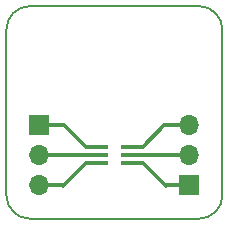
<source format=gbr>
G04 #@! TF.GenerationSoftware,KiCad,Pcbnew,5.0.1-33cea8e~68~ubuntu18.10.1*
G04 #@! TF.CreationDate,2018-11-26T23:36:25+02:00*
G04 #@! TF.ProjectId,BRK-SC-70-6,42524B2D53432D37302D362E6B696361,v1.0*
G04 #@! TF.SameCoordinates,Original*
G04 #@! TF.FileFunction,Copper,L1,Top,Signal*
G04 #@! TF.FilePolarity,Positive*
%FSLAX46Y46*%
G04 Gerber Fmt 4.6, Leading zero omitted, Abs format (unit mm)*
G04 Created by KiCad (PCBNEW 5.0.1-33cea8e~68~ubuntu18.10.1) date ma 26. marraskuuta 2018 23.36.25*
%MOMM*%
%LPD*%
G01*
G04 APERTURE LIST*
G04 #@! TA.AperFunction,NonConductor*
%ADD10C,0.150000*%
G04 #@! TD*
G04 #@! TA.AperFunction,ComponentPad*
%ADD11O,1.700000X1.700000*%
G04 #@! TD*
G04 #@! TA.AperFunction,ComponentPad*
%ADD12R,1.700000X1.700000*%
G04 #@! TD*
G04 #@! TA.AperFunction,SMDPad,CuDef*
%ADD13R,1.500000X0.400000*%
G04 #@! TD*
G04 #@! TA.AperFunction,Conductor*
%ADD14C,0.300000*%
G04 #@! TD*
G04 APERTURE END LIST*
D10*
X52000000Y-68000000D02*
G75*
G02X50000000Y-66000000I0J2000000D01*
G01*
X68300000Y-66000000D02*
G75*
G02X66300000Y-68000000I-2000000J0D01*
G01*
X66300000Y-50000000D02*
G75*
G02X68300000Y-52000000I0J-2000000D01*
G01*
X50000000Y-52000000D02*
G75*
G02X52000000Y-50000000I2000000J0D01*
G01*
X66300000Y-68000000D02*
X52000000Y-68000000D01*
X68300000Y-52000000D02*
X68300000Y-66000000D01*
X52000000Y-50000000D02*
X66300000Y-50000000D01*
X50000000Y-66000000D02*
X50000000Y-52000000D01*
D11*
G04 #@! TO.P,J2,3*
G04 #@! TO.N,Net-(J2-Pad3)*
X65500000Y-60100000D03*
G04 #@! TO.P,J2,2*
G04 #@! TO.N,Net-(J2-Pad2)*
X65500000Y-62640000D03*
D12*
G04 #@! TO.P,J2,1*
G04 #@! TO.N,Net-(J2-Pad1)*
X65500000Y-65180000D03*
G04 #@! TD*
G04 #@! TO.P,J1,1*
G04 #@! TO.N,Net-(J1-Pad1)*
X52800000Y-60100000D03*
D11*
G04 #@! TO.P,J1,2*
G04 #@! TO.N,Net-(J1-Pad2)*
X52800000Y-62640000D03*
G04 #@! TO.P,J1,3*
G04 #@! TO.N,Net-(J1-Pad3)*
X52800000Y-65180000D03*
G04 #@! TD*
D13*
G04 #@! TO.P,U1,1*
G04 #@! TO.N,Net-(J1-Pad1)*
X57820000Y-61950000D03*
G04 #@! TO.P,U1,2*
G04 #@! TO.N,Net-(J1-Pad2)*
X57820000Y-62600000D03*
G04 #@! TO.P,U1,3*
G04 #@! TO.N,Net-(J1-Pad3)*
X57820000Y-63250000D03*
G04 #@! TO.P,U1,4*
G04 #@! TO.N,Net-(J2-Pad1)*
X60480000Y-63250000D03*
G04 #@! TO.P,U1,5*
G04 #@! TO.N,Net-(J2-Pad2)*
X60480000Y-62600000D03*
G04 #@! TO.P,U1,6*
G04 #@! TO.N,Net-(J2-Pad3)*
X60480000Y-61950000D03*
G04 #@! TD*
D14*
G04 #@! TO.N,Net-(J1-Pad1)*
X56770000Y-61950000D02*
X54920000Y-60100000D01*
X57820000Y-61950000D02*
X56770000Y-61950000D01*
X54920000Y-60100000D02*
X52800000Y-60100000D01*
G04 #@! TO.N,Net-(J1-Pad2)*
X52840000Y-62600000D02*
X52800000Y-62640000D01*
X57820000Y-62600000D02*
X52840000Y-62600000D01*
G04 #@! TO.N,Net-(J1-Pad3)*
X56770000Y-63250000D02*
X54820000Y-65200000D01*
X57820000Y-63250000D02*
X56770000Y-63250000D01*
X54800000Y-65180000D02*
X52800000Y-65180000D01*
X54820000Y-65200000D02*
X54800000Y-65180000D01*
G04 #@! TO.N,Net-(J2-Pad1)*
X61530000Y-63250000D02*
X63480000Y-65200000D01*
X60480000Y-63250000D02*
X61530000Y-63250000D01*
X63500000Y-65180000D02*
X65500000Y-65180000D01*
X63480000Y-65200000D02*
X63500000Y-65180000D01*
G04 #@! TO.N,Net-(J2-Pad2)*
X65460000Y-62600000D02*
X65500000Y-62640000D01*
X60480000Y-62600000D02*
X65460000Y-62600000D01*
G04 #@! TO.N,Net-(J2-Pad3)*
X61530000Y-61950000D02*
X63380000Y-60100000D01*
X60480000Y-61950000D02*
X61530000Y-61950000D01*
X63380000Y-60100000D02*
X65500000Y-60100000D01*
G04 #@! TD*
M02*

</source>
